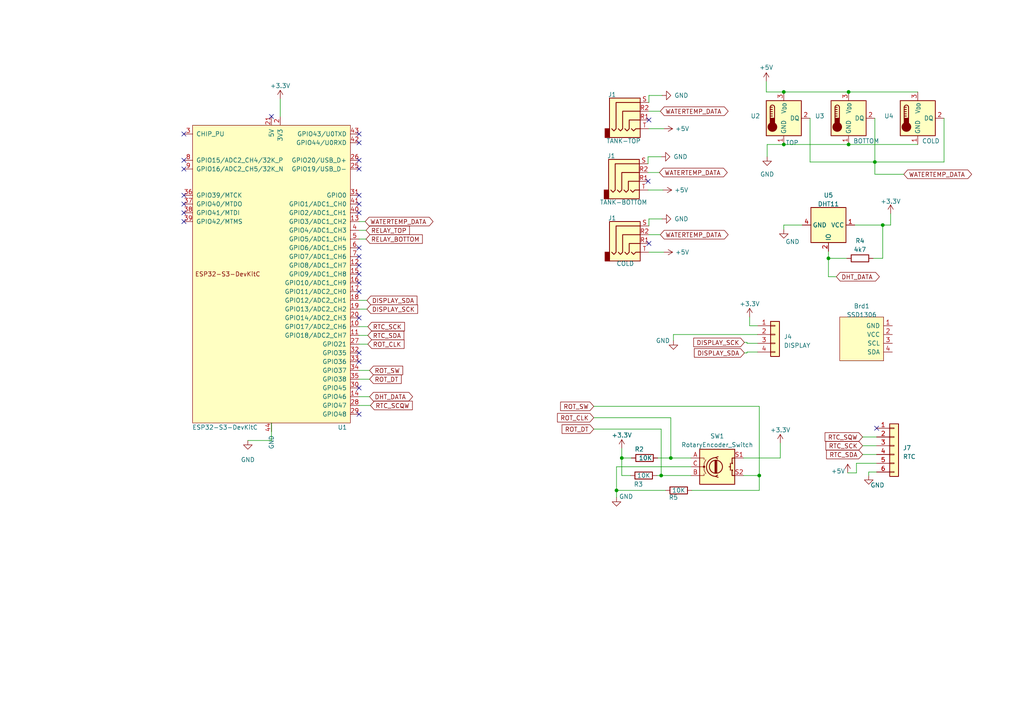
<source format=kicad_sch>
(kicad_sch (version 20230121) (generator eeschema)
  (paper "A4")
  (lib_symbols
    (symbol "Connector_Audio:AudioJack4"
      (property "Reference" "J" (at 0 8.89 0))
      (property "Value" "AudioJack4" (at 0 6.35 0))
      (symbol "AudioJack4_0_1"
        (rectangle (start -6.35 -5.08) (end -7.62 -7.62) (stroke (width 0.254)) (fill (type outline)))
        (polyline (pts (xy 0 -5.08) (xy 0.635 -5.715) (xy 1.27 -5.08) (xy 2.54 -5.08)) (stroke (width 0.254)))
        (polyline (pts (xy -5.715 -5.08) (xy -5.08 -5.715) (xy -4.445 -5.08) (xy -4.445 2.54) (xy 2.54 2.54)) (stroke (width 0.254)))
        (polyline (pts (xy -1.905 -5.08) (xy -1.27 -5.715) (xy -0.635 -5.08) (xy -0.635 -2.54) (xy 2.54 -2.54)) (stroke (width 0.254)))
        (polyline (pts (xy 2.54 0) (xy -2.54 0) (xy -2.54 -5.08) (xy -3.175 -5.715) (xy -3.81 -5.08)) (stroke (width 0.254)))
        (rectangle (start 2.54 3.81) (end -6.35 -7.62) (stroke (width 0.254)) (fill (type background)))
      )
      (symbol "AudioJack4_1_1"
        (pin passive line (at 5.08 -2.54 180) (length 2.54) (name "~") (number "R1"))
        (pin passive line (at 5.08 0 180) (length 2.54) (name "~") (number "R2"))
        (pin passive line (at 5.08 2.54 180) (length 2.54) (name "~") (number "S"))
        (pin passive line (at 5.08 -5.08 180) (length 2.54) (name "~") (number "T"))
      )
    )
    (symbol "Connector_Generic:Conn_01x04" (pin_names (offset 1.016) hide)
      (property "Reference" "J" (at 0 5.08 0))
      (property "Value" "Conn_01x04" (at 0 -7.62 0))
      (symbol "Conn_01x04_1_1"
        (rectangle (start -1.27 -4.953) (end 0 -5.207) (stroke (width 0.1524)))
        (rectangle (start -1.27 -2.413) (end 0 -2.667) (stroke (width 0.1524)))
        (rectangle (start -1.27 0.127) (end 0 -0.127) (stroke (width 0.1524)))
        (rectangle (start -1.27 2.667) (end 0 2.413) (stroke (width 0.1524)))
        (rectangle (start -1.27 3.81) (end 1.27 -6.35) (stroke (width 0.254)) (fill (type background)))
        (pin passive line (at -5.08 2.54 0) (length 3.81) (name "Pin_1") (number "1"))
        (pin passive line (at -5.08 0 0) (length 3.81) (name "Pin_2") (number "2"))
        (pin passive line (at -5.08 -2.54 0) (length 3.81) (name "Pin_3") (number "3"))
        (pin passive line (at -5.08 -5.08 0) (length 3.81) (name "Pin_4") (number "4"))
      )
    )
    (symbol "Connector_Generic:Conn_01x06" (pin_names (offset 1.016) hide)
      (property "Reference" "J" (at 0 7.62 0))
      (property "Value" "Conn_01x06" (at 0 -10.16 0))
      (symbol "Conn_01x06_1_1"
        (rectangle (start -1.27 -7.493) (end 0 -7.747) (stroke (width 0.1524)))
        (rectangle (start -1.27 -4.953) (end 0 -5.207) (stroke (width 0.1524)))
        (rectangle (start -1.27 -2.413) (end 0 -2.667) (stroke (width 0.1524)))
        (rectangle (start -1.27 0.127) (end 0 -0.127) (stroke (width 0.1524)))
        (rectangle (start -1.27 2.667) (end 0 2.413) (stroke (width 0.1524)))
        (rectangle (start -1.27 5.207) (end 0 4.953) (stroke (width 0.1524)))
        (rectangle (start -1.27 6.35) (end 1.27 -8.89) (stroke (width 0.254)) (fill (type background)))
        (pin passive line (at -5.08 5.08 0) (length 3.81) (name "Pin_1") (number "1"))
        (pin passive line (at -5.08 2.54 0) (length 3.81) (name "Pin_2") (number "2"))
        (pin passive line (at -5.08 0 0) (length 3.81) (name "Pin_3") (number "3"))
        (pin passive line (at -5.08 -2.54 0) (length 3.81) (name "Pin_4") (number "4"))
        (pin passive line (at -5.08 -5.08 0) (length 3.81) (name "Pin_5") (number "5"))
        (pin passive line (at -5.08 -7.62 0) (length 3.81) (name "Pin_6") (number "6"))
      )
    )
    (symbol "Device:R" (pin_numbers hide) (pin_names (offset 0))
      (property "Reference" "R" (at 2.032 0 90))
      (property "Value" "R" (at 0 0 90))
      (symbol "R_0_1"
        (rectangle (start -1.016 -2.54) (end 1.016 2.54) (stroke (width 0.254)))
      )
      (symbol "R_1_1"
        (pin passive line (at 0 3.81 270) (length 1.27) (name "~") (number "1"))
        (pin passive line (at 0 -3.81 90) (length 1.27) (name "~") (number "2"))
      )
    )
    (symbol "Device:RotaryEncoder_Switch" (pin_names (offset 0.254) hide)
      (property "Reference" "SW" (at 0 6.604 0))
      (property "Value" "RotaryEncoder_Switch" (at 0 -6.604 0))
      (symbol "RotaryEncoder_Switch_0_1"
        (rectangle (start -5.08 5.08) (end 5.08 -5.08) (stroke (width 0.254)) (fill (type background)))
        (circle (center -3.81 0) (radius 0.254) (fill (type outline)))
        (circle (center -0.381 0) (radius 1.905) (stroke (width 0.254)))
        (arc (start -0.381 2.667) (mid -3.0988 -0.0635) (end -0.381 -2.794) (stroke (width 0.254)))
        (polyline (pts (xy -0.635 -1.778) (xy -0.635 1.778)) (stroke (width 0.254)))
        (polyline (pts (xy -0.381 -1.778) (xy -0.381 1.778)) (stroke (width 0.254)))
        (polyline (pts (xy -0.127 1.778) (xy -0.127 -1.778)) (stroke (width 0.254)))
        (polyline (pts (xy 3.81 0) (xy 3.429 0)) (stroke (width 0.254)))
        (polyline (pts (xy 3.81 1.016) (xy 3.81 -1.016)) (stroke (width 0.254)))
        (polyline (pts (xy -5.08 -2.54) (xy -3.81 -2.54) (xy -3.81 -2.032)))
        (polyline (pts (xy -5.08 2.54) (xy -3.81 2.54) (xy -3.81 2.032)))
        (polyline (pts (xy 0.254 -3.048) (xy -0.508 -2.794) (xy 0.127 -2.413)) (stroke (width 0.254)))
        (polyline (pts (xy 0.254 2.921) (xy -0.508 2.667) (xy 0.127 2.286)) (stroke (width 0.254)))
        (polyline (pts (xy 5.08 -2.54) (xy 4.318 -2.54) (xy 4.318 -1.016)) (stroke (width 0.254)))
        (polyline (pts (xy 5.08 2.54) (xy 4.318 2.54) (xy 4.318 1.016)) (stroke (width 0.254)))
        (polyline (pts (xy -5.08 0) (xy -3.81 0) (xy -3.81 -1.016) (xy -3.302 -2.032)))
        (polyline (pts (xy -4.318 0) (xy -3.81 0) (xy -3.81 1.016) (xy -3.302 2.032)))
        (circle (center 4.318 -1.016) (radius 0.127) (stroke (width 0.254)))
        (circle (center 4.318 1.016) (radius 0.127) (stroke (width 0.254)))
      )
      (symbol "RotaryEncoder_Switch_1_1"
        (pin passive line (at -7.62 2.54 0) (length 2.54) (name "A") (number "A"))
        (pin passive line (at -7.62 -2.54 0) (length 2.54) (name "B") (number "B"))
        (pin passive line (at -7.62 0 0) (length 2.54) (name "C") (number "C"))
        (pin passive line (at 7.62 2.54 180) (length 2.54) (name "S1") (number "S1"))
        (pin passive line (at 7.62 -2.54 180) (length 2.54) (name "S2") (number "S2"))
      )
    )
    (symbol "ESPRESSIF:ESP32-S3-DevKitC" (pin_names (offset 1.016))
      (property "Reference" "U" (at -22.86 48.26 0))
      (property "Value" "ESP32-S3-DevKitC" (at -22.86 45.72 0))
      (symbol "ESP32-S3-DevKitC_0_0"
        (text "ESP32-S3-DevKitC" (at -12.7 0 0) (effects (font (size 1.27 1.27))))
        (pin bidirectional line (at 25.4 -35.56 180) (length 2.54) (name "GPIO46") (number "14"))
        (pin bidirectional line (at 25.4 -10.16 180) (length 2.54) (name "GPIO13/ADC2_CH2") (number "19"))
        (pin bidirectional line (at -25.4 15.24 0) (length 2.54) (name "GPIO42/MTMS") (number "39"))
        (pin bidirectional line (at 25.4 17.78 180) (length 2.54) (name "GPIO2/ADC1_CH1") (number "40"))
        (pin bidirectional line (at 25.4 20.32 180) (length 2.54) (name "GPIO1/ADC1_CH0") (number "41"))
        (pin bidirectional line (at 25.4 38.1 180) (length 2.54) (name "GPIO44/U0RXD") (number "42"))
        (pin bidirectional line (at 25.4 40.64 180) (length 2.54) (name "GPIO43/U0TXD") (number "43"))
        (pin power_in line (at 0 -43.18 270) (length 2.54) (name "GND") (number "44"))
      )
      (symbol "ESP32-S3-DevKitC_0_1"
        (rectangle (start -22.86 43.18) (end 22.86 -43.18) (fill (type background)))
        (pin power_in line (at 2.54 45.72 270) (length 2.54) (name "3V3") (number "2"))
      )
      (symbol "ESP32-S3-DevKitC_1_1"
        (pin passive line (at 2.54 45.72 270) (length 2.54) hide (name "3V3") (number "1"))
        (pin bidirectional line (at 25.4 -15.24 180) (length 2.54) (name "GPIO17/ADC2_CH6") (number "10"))
        (pin bidirectional line (at 25.4 -17.78 180) (length 2.54) (name "GPIO18/ADC2_CH7") (number "11"))
        (pin bidirectional line (at 25.4 2.54 180) (length 2.54) (name "GPIO8/ADC1_CH7") (number "12"))
        (pin bidirectional line (at 25.4 15.24 180) (length 2.54) (name "GPIO3/ADC1_CH2") (number "13"))
        (pin bidirectional line (at 25.4 0 180) (length 2.54) (name "GPIO9/ADC1_CH8") (number "15"))
        (pin bidirectional line (at 25.4 -2.54 180) (length 2.54) (name "GPIO10/ADC1_CH9") (number "16"))
        (pin bidirectional line (at 25.4 -5.08 180) (length 2.54) (name "GPIO11/ADC2_CH0") (number "17"))
        (pin bidirectional line (at 25.4 -7.62 180) (length 2.54) (name "GPIO12/ADC2_CH1") (number "18"))
        (pin bidirectional line (at 25.4 -12.7 180) (length 2.54) (name "GPIO14/ADC2_CH3") (number "20"))
        (pin power_in line (at 0 45.72 270) (length 2.54) (name "5V") (number "21"))
        (pin passive line (at 0 -43.18 270) (length 2.54) hide (name "GND") (number "22"))
        (pin passive line (at 0 -43.18 270) (length 2.54) hide (name "GND") (number "23"))
        (pin passive line (at 0 -43.18 270) (length 2.54) hide (name "GND") (number "24"))
        (pin bidirectional line (at 25.4 30.48 180) (length 2.54) (name "GPIO19/USB_D-") (number "25"))
        (pin bidirectional line (at 25.4 33.02 180) (length 2.54) (name "GPIO20/USB_D+") (number "26"))
        (pin bidirectional line (at 25.4 -20.32 180) (length 2.54) (name "GPIO21") (number "27"))
        (pin bidirectional line (at 25.4 -38.1 180) (length 2.54) (name "GPIO47") (number "28"))
        (pin bidirectional line (at 25.4 -40.64 180) (length 2.54) (name "GPIO48") (number "29"))
        (pin input line (at -25.4 40.64 0) (length 2.54) (name "CHIP_PU") (number "3"))
        (pin bidirectional line (at 25.4 -33.02 180) (length 2.54) (name "GPIO45") (number "30"))
        (pin bidirectional line (at 25.4 22.86 180) (length 2.54) (name "GPIO0") (number "31"))
        (pin bidirectional line (at 25.4 -22.86 180) (length 2.54) (name "GPIO35") (number "32"))
        (pin bidirectional line (at 25.4 -25.4 180) (length 2.54) (name "GPIO36") (number "33"))
        (pin bidirectional line (at 25.4 -27.94 180) (length 2.54) (name "GPIO37") (number "34"))
        (pin bidirectional line (at 25.4 -30.48 180) (length 2.54) (name "GPIO38") (number "35"))
        (pin bidirectional line (at -25.4 22.86 0) (length 2.54) (name "GPIO39/MTCK") (number "36"))
        (pin bidirectional line (at -25.4 20.32 0) (length 2.54) (name "GPIO40/MTDO") (number "37"))
        (pin bidirectional line (at -25.4 17.78 0) (length 2.54) (name "GPIO41/MTDI") (number "38"))
        (pin bidirectional line (at 25.4 12.7 180) (length 2.54) (name "GPIO4/ADC1_CH3") (number "4"))
        (pin bidirectional line (at 25.4 10.16 180) (length 2.54) (name "GPIO5/ADC1_CH4") (number "5"))
        (pin bidirectional line (at 25.4 7.62 180) (length 2.54) (name "GPIO6/ADC1_CH5") (number "6"))
        (pin bidirectional line (at 25.4 5.08 180) (length 2.54) (name "GPIO7/ADC1_CH6") (number "7"))
        (pin bidirectional line (at -25.4 33.02 0) (length 2.54) (name "GPIO15/ADC2_CH4/32K_P") (number "8"))
        (pin bidirectional line (at -25.4 30.48 0) (length 2.54) (name "GPIO16/ADC2_CH5/32K_N") (number "9"))
      )
    )
    (symbol "SSD1306:SSD1306" (pin_names (offset 1.016))
      (property "Reference" "Brd" (at 0 -3.81 0))
      (property "Value" "SSD1306" (at 0 -1.27 0))
      (symbol "SSD1306_0_1"
        (rectangle (start -6.35 6.35) (end 6.35 -6.35) (fill (type background)))
      )
      (symbol "SSD1306_1_1"
        (pin input line (at -3.81 8.89 270) (length 2.54) (name "GND") (number "1"))
        (pin input line (at -1.27 8.89 270) (length 2.54) (name "VCC") (number "2"))
        (pin input line (at 1.27 8.89 270) (length 2.54) (name "SCL") (number "3"))
        (pin input line (at 3.81 8.89 270) (length 2.54) (name "SDA") (number "4"))
      )
    )
    (symbol "Sensor:DHT11"
      (property "Reference" "U" (at -3.81 6.35 0))
      (property "Value" "DHT11" (at 3.81 6.35 0))
      (symbol "DHT11_0_1"
        (rectangle (start -5.08 5.08) (end 5.08 -5.08) (stroke (width 0.254)) (fill (type background)))
      )
      (symbol "DHT11_1_1"
        (pin power_in line (at 0 7.62 270) (length 2.54) (name "VCC") (number "1"))
        (pin bidirectional line (at 7.62 0 180) (length 2.54) (name "IO") (number "2"))
        (pin no_connect line (at -5.08 0 0) (length 2.54) hide (name "NC") (number "3"))
        (pin power_in line (at 0 -7.62 90) (length 2.54) (name "GND") (number "4"))
      )
    )
    (symbol "Sensor_Temperature:DS18B20"
      (property "Reference" "U" (at -3.81 6.35 0))
      (property "Value" "DS18B20" (at 6.35 6.35 0))
      (symbol "DS18B20_0_1"
        (rectangle (start -5.08 5.08) (end 5.08 -5.08) (stroke (width 0.254)) (fill (type background)))
        (circle (center -3.302 -2.54) (radius 1.27) (stroke (width 0.254)) (fill (type outline)))
        (rectangle (start -2.667 -1.905) (end -3.937 0) (stroke (width 0.254)) (fill (type outline)))
        (arc (start -2.667 3.175) (mid -3.302 3.8073) (end -3.937 3.175) (stroke (width 0.254)))
        (polyline (pts (xy -3.937 0.635) (xy -3.302 0.635)) (stroke (width 0.254)))
        (polyline (pts (xy -3.937 1.27) (xy -3.302 1.27)) (stroke (width 0.254)))
        (polyline (pts (xy -3.937 1.905) (xy -3.302 1.905)) (stroke (width 0.254)))
        (polyline (pts (xy -3.937 2.54) (xy -3.302 2.54)) (stroke (width 0.254)))
        (polyline (pts (xy -3.937 3.175) (xy -3.937 0)) (stroke (width 0.254)))
        (polyline (pts (xy -3.937 3.175) (xy -3.302 3.175)) (stroke (width 0.254)))
        (polyline (pts (xy -2.667 3.175) (xy -2.667 0)) (stroke (width 0.254)))
      )
      (symbol "DS18B20_1_1"
        (pin power_in line (at 0 -7.62 90) (length 2.54) (name "GND") (number "1"))
        (pin bidirectional line (at 7.62 0 180) (length 2.54) (name "DQ") (number "2"))
        (pin power_in line (at 0 7.62 270) (length 2.54) (name "V_{DD}") (number "3"))
      )
    )
    (symbol "power:+3.3V" (power) (pin_names (offset 0))
      (property "Value" "+3.3V" (at 0 3.556 0))
      (symbol "+3.3V_0_1"
        (polyline (pts (xy -0.762 1.27) (xy 0 2.54)))
        (polyline (pts (xy 0 0) (xy 0 2.54)))
        (polyline (pts (xy 0 2.54) (xy 0.762 1.27)))
      )
      (symbol "+3.3V_1_1"
        (pin power_in line (at 0 0 90) (length 0) hide (name "+3.3V") (number "1"))
      )
    )
    (symbol "power:+5V" (power) (pin_names (offset 0))
      (property "Value" "+5V" (at 0 3.556 0))
      (symbol "+5V_0_1"
        (polyline (pts (xy -0.762 1.27) (xy 0 2.54)))
        (polyline (pts (xy 0 0) (xy 0 2.54)))
        (polyline (pts (xy 0 2.54) (xy 0.762 1.27)))
      )
      (symbol "+5V_1_1"
        (pin power_in line (at 0 0 90) (length 0) hide (name "+5V") (number "1"))
      )
    )
    (symbol "power:GND" (power) (pin_names (offset 0))
      (property "Value" "GND" (at 0 -3.81 0))
      (symbol "GND_0_1"
        (polyline (pts (xy 0 0) (xy 0 -1.27) (xy 1.27 -1.27) (xy 0 -2.54) (xy -1.27 -1.27) (xy 0 -1.27)))
      )
      (symbol "GND_1_1"
        (pin power_in line (at 0 0 270) (length 0) hide (name "GND") (number "1"))
      )
    )
  )
  (junction (at 180.34 132.842))
  (junction (at 256.032 65.278))
  (junction (at 178.816 142.24))
  (junction (at 246.126 41.91))
  (junction (at 227.33 26.67))
  (junction (at 194.564 132.842))
  (junction (at 227.33 41.91))
  (junction (at 220.218 137.922))
  (junction (at 246.126 26.67))
  (junction (at 253.746 46.99))
  (junction (at 240.284 74.93))
  (junction (at 191.77 137.922))
  (no_connect (at 104.14 76.962))
  (no_connect (at 188.214 70.612))
  (no_connect (at 53.34 59.182))
  (no_connect (at 53.34 46.482))
  (no_connect (at 104.14 84.582))
  (no_connect (at 187.96 52.578))
  (no_connect (at 104.14 59.182))
  (no_connect (at 104.14 61.722))
  (no_connect (at 53.34 61.722))
  (no_connect (at 104.14 46.482))
  (no_connect (at 53.34 56.642))
  (no_connect (at 104.14 120.142))
  (no_connect (at 104.14 102.362))
  (no_connect (at 104.14 104.902))
  (no_connect (at 53.34 49.022))
  (no_connect (at 104.14 38.862))
  (no_connect (at 53.34 64.262))
  (no_connect (at 104.14 56.642))
  (no_connect (at 188.214 34.798))
  (no_connect (at 104.14 79.502))
  (no_connect (at 104.14 71.882))
  (no_connect (at 104.14 49.022))
  (no_connect (at 104.14 112.522))
  (no_connect (at 104.14 41.402))
  (no_connect (at 53.34 38.862))
  (no_connect (at 104.14 82.042))
  (no_connect (at 104.14 74.422))
  (no_connect (at 254.254 124.206))
  (no_connect (at 104.14 92.202))
  (no_connect (at 78.74 33.782))
  (wire (pts (xy 172.212 121.158) (xy 194.564 121.158)))
  (wire (pts (xy 104.14 94.742) (xy 106.68 94.742)))
  (wire (pts (xy 188.214 63.5) (xy 192.024 63.5)))
  (wire (pts (xy 178.816 144.272) (xy 178.816 142.24)))
  (wire (pts (xy 178.816 142.24) (xy 193.04 142.24)))
  (wire (pts (xy 222.504 41.91) (xy 227.33 41.91)))
  (wire (pts (xy 240.284 74.93) (xy 240.284 80.264)))
  (wire (pts (xy 195.326 97.028) (xy 195.326 98.806)))
  (wire (pts (xy 273.812 34.29) (xy 273.812 46.99)))
  (wire (pts (xy 178.816 142.24) (xy 178.816 135.382)))
  (wire (pts (xy 240.284 74.93) (xy 245.618 74.93)))
  (wire (pts (xy 104.14 87.122) (xy 106.426 87.122)))
  (wire (pts (xy 71.882 127.762) (xy 78.74 127.762)))
  (wire (pts (xy 104.14 64.262) (xy 105.918 64.262)))
  (wire (pts (xy 253.746 34.29) (xy 253.746 46.99)))
  (wire (pts (xy 180.34 130.048) (xy 180.34 132.842)))
  (wire (pts (xy 227.33 41.91) (xy 246.126 41.91)))
  (wire (pts (xy 247.904 65.278) (xy 256.032 65.278)))
  (wire (pts (xy 256.032 65.278) (xy 258.318 65.278)))
  (wire (pts (xy 250.19 126.746) (xy 254.254 126.746)))
  (wire (pts (xy 191.77 124.46) (xy 191.77 137.922)))
  (wire (pts (xy 180.34 132.842) (xy 180.34 137.922)))
  (wire (pts (xy 222.25 26.67) (xy 227.33 26.67)))
  (wire (pts (xy 104.14 97.282) (xy 106.68 97.282)))
  (wire (pts (xy 250.19 131.826) (xy 254.254 131.826)))
  (wire (pts (xy 200.66 142.24) (xy 220.218 142.24)))
  (wire (pts (xy 254.254 136.906) (xy 251.968 136.906)))
  (wire (pts (xy 251.968 136.906) (xy 251.968 137.922)))
  (wire (pts (xy 182.88 137.922) (xy 180.34 137.922)))
  (wire (pts (xy 104.14 115.062) (xy 107.188 115.062)))
  (wire (pts (xy 227.33 65.278) (xy 227.33 66.548)))
  (wire (pts (xy 227.33 26.67) (xy 246.126 26.67)))
  (wire (pts (xy 219.71 102.108) (xy 216.662 102.108)))
  (wire (pts (xy 180.34 132.842) (xy 183.134 132.842)))
  (wire (pts (xy 81.28 28.702) (xy 81.28 33.782)))
  (wire (pts (xy 188.214 68.072) (xy 191.516 68.072)))
  (wire (pts (xy 226.314 128.524) (xy 226.314 132.842)))
  (wire (pts (xy 172.212 117.856) (xy 220.218 117.856)))
  (wire (pts (xy 246.126 41.656) (xy 246.126 41.91)))
  (wire (pts (xy 256.032 74.93) (xy 256.032 65.278)))
  (wire (pts (xy 248.412 137.16) (xy 248.412 134.366)))
  (wire (pts (xy 190.5 137.922) (xy 191.77 137.922)))
  (wire (pts (xy 187.96 45.466) (xy 191.77 45.466)))
  (wire (pts (xy 240.284 72.898) (xy 240.284 74.93)))
  (wire (pts (xy 216.662 99.568) (xy 216.662 99.314)))
  (wire (pts (xy 194.564 132.842) (xy 200.406 132.842)))
  (wire (pts (xy 253.746 50.546) (xy 253.746 46.99)))
  (wire (pts (xy 246.126 41.91) (xy 266.192 41.91)))
  (wire (pts (xy 222.504 45.466) (xy 222.504 41.91)))
  (wire (pts (xy 194.564 121.158) (xy 194.564 132.842)))
  (wire (pts (xy 104.14 89.662) (xy 106.426 89.662)))
  (wire (pts (xy 216.662 102.108) (xy 216.662 102.362)))
  (wire (pts (xy 188.214 73.152) (xy 192.532 73.152)))
  (wire (pts (xy 220.218 142.24) (xy 220.218 137.922)))
  (wire (pts (xy 250.19 129.286) (xy 254.254 129.286)))
  (wire (pts (xy 217.424 91.948) (xy 217.424 94.488)))
  (wire (pts (xy 172.212 124.46) (xy 191.77 124.46)))
  (wire (pts (xy 104.14 66.802) (xy 106.172 66.802)))
  (wire (pts (xy 232.664 65.278) (xy 227.33 65.278)))
  (wire (pts (xy 246.126 26.67) (xy 266.192 26.67)))
  (wire (pts (xy 104.14 109.982) (xy 107.188 109.982)))
  (wire (pts (xy 188.214 65.532) (xy 188.214 63.5)))
  (wire (pts (xy 191.77 137.922) (xy 200.406 137.922)))
  (wire (pts (xy 188.214 37.338) (xy 192.532 37.338)))
  (wire (pts (xy 273.812 46.99) (xy 253.746 46.99)))
  (wire (pts (xy 215.646 132.842) (xy 226.314 132.842)))
  (wire (pts (xy 188.214 32.258) (xy 191.516 32.258)))
  (wire (pts (xy 234.95 34.29) (xy 234.95 46.99)))
  (wire (pts (xy 245.872 137.16) (xy 248.412 137.16)))
  (wire (pts (xy 216.662 99.314) (xy 215.9 99.314)))
  (wire (pts (xy 188.214 27.686) (xy 192.024 27.686)))
  (wire (pts (xy 187.96 55.118) (xy 192.278 55.118)))
  (wire (pts (xy 187.96 50.038) (xy 191.262 50.038)))
  (wire (pts (xy 240.284 80.264) (xy 242.57 80.264)))
  (wire (pts (xy 234.95 46.99) (xy 253.746 46.99)))
  (wire (pts (xy 258.318 65.278) (xy 258.318 61.976)))
  (wire (pts (xy 104.14 99.822) (xy 106.68 99.822)))
  (wire (pts (xy 104.14 107.442) (xy 107.188 107.442)))
  (wire (pts (xy 219.71 97.028) (xy 195.326 97.028)))
  (wire (pts (xy 262.128 50.546) (xy 253.746 50.546)))
  (wire (pts (xy 187.96 47.498) (xy 187.96 45.466)))
  (wire (pts (xy 188.214 29.718) (xy 188.214 27.686)))
  (wire (pts (xy 104.14 69.342) (xy 106.172 69.342)))
  (wire (pts (xy 178.816 135.382) (xy 200.406 135.382)))
  (wire (pts (xy 190.754 132.842) (xy 194.564 132.842)))
  (wire (pts (xy 217.424 94.488) (xy 219.71 94.488)))
  (wire (pts (xy 248.412 134.366) (xy 254.254 134.366)))
  (wire (pts (xy 78.74 127.762) (xy 78.74 122.682)))
  (wire (pts (xy 220.218 117.856) (xy 220.218 137.922)))
  (wire (pts (xy 216.662 102.362) (xy 215.9 102.362)))
  (wire (pts (xy 215.646 137.922) (xy 220.218 137.922)))
  (wire (pts (xy 104.14 117.602) (xy 107.442 117.602)))
  (wire (pts (xy 253.238 74.93) (xy 256.032 74.93)))
  (wire (pts (xy 219.71 99.568) (xy 216.662 99.568)))
  (wire (pts (xy 222.25 23.622) (xy 222.25 26.67)))
  (global_label "WATERTEMP_DATA" (shape bidirectional) (at 191.516 32.258 0) (property "Intersheetrefs" "${INTERSHEET_REFS}" (effects hide)))
  (global_label "RTC_SDA" (shape input) (at 106.68 97.282 0) (property "Intersheetrefs" "${INTERSHEET_REFS}" (effects hide)))
  (global_label "RTC_SCK" (shape input) (at 250.19 129.286 180) (property "Intersheetrefs" "${INTERSHEET_REFS}" (effects hide)))
  (global_label "ROT_CLK" (shape input) (at 172.212 121.158 180) (property "Intersheetrefs" "${INTERSHEET_REFS}" (effects hide)))
  (global_label "RELAY_BOTTOM" (shape input) (at 106.172 69.342 0) (property "Intersheetrefs" "${INTERSHEET_REFS}" (effects hide)))
  (global_label "DHT_DATA" (shape bidirectional) (at 242.57 80.264 0) (property "Intersheetrefs" "${INTERSHEET_REFS}" (effects hide)))
  (global_label "RTC_SDA" (shape input) (at 250.19 131.826 180) (property "Intersheetrefs" "${INTERSHEET_REFS}" (effects hide)))
  (global_label "DISPLAY_SCK" (shape input) (at 215.9 99.314 180) (property "Intersheetrefs" "${INTERSHEET_REFS}" (effects hide)))
  (global_label "WATERTEMP_DATA" (shape bidirectional) (at 262.128 50.546 0) (property "Intersheetrefs" "${INTERSHEET_REFS}" (effects hide)))
  (global_label "RTC_SQW" (shape input) (at 250.19 126.746 180) (property "Intersheetrefs" "${INTERSHEET_REFS}" (effects hide)))
  (global_label "WATERTEMP_DATA" (shape bidirectional) (at 191.516 68.072 0) (property "Intersheetrefs" "${INTERSHEET_REFS}" (effects hide)))
  (global_label "DHT_DATA" (shape bidirectional) (at 107.188 115.062 0) (property "Intersheetrefs" "${INTERSHEET_REFS}" (effects hide)))
  (global_label "RTC_SCQW" (shape input) (at 107.442 117.602 0) (property "Intersheetrefs" "${INTERSHEET_REFS}" (effects hide)))
  (global_label "RTC_SCK" (shape input) (at 106.68 94.742 0) (property "Intersheetrefs" "${INTERSHEET_REFS}" (effects hide)))
  (global_label "DISPLAY_SCK" (shape input) (at 106.426 89.662 0) (property "Intersheetrefs" "${INTERSHEET_REFS}" (effects hide)))
  (global_label "ROT_DT" (shape input) (at 172.212 124.46 180) (property "Intersheetrefs" "${INTERSHEET_REFS}" (effects hide)))
  (global_label "ROT_SW" (shape input) (at 107.188 107.442 0) (property "Intersheetrefs" "${INTERSHEET_REFS}" (effects hide)))
  (global_label "ROT_DT" (shape input) (at 107.188 109.982 0) (property "Intersheetrefs" "${INTERSHEET_REFS}" (effects hide)))
  (global_label "DISPLAY_SDA" (shape input) (at 106.426 87.122 0) (property "Intersheetrefs" "${INTERSHEET_REFS}" (effects hide)))
  (global_label "ROT_CLK" (shape input) (at 106.68 99.822 0) (property "Intersheetrefs" "${INTERSHEET_REFS}" (effects hide)))
  (global_label "RELAY_TOP" (shape input) (at 106.172 66.802 0) (property "Intersheetrefs" "${INTERSHEET_REFS}" (effects hide)))
  (global_label "WATERTEMP_DATA" (shape bidirectional) (at 191.262 50.038 0) (property "Intersheetrefs" "${INTERSHEET_REFS}" (effects hide)))
  (global_label "WATERTEMP_DATA" (shape bidirectional) (at 105.918 64.262 0) (property "Intersheetrefs" "${INTERSHEET_REFS}" (effects hide)))
  (global_label "ROT_SW" (shape input) (at 172.212 117.856 180) (property "Intersheetrefs" "${INTERSHEET_REFS}" (effects hide)))
  (global_label "DISPLAY_SDA" (shape input) (at 215.9 102.362 180) (property "Intersheetrefs" "${INTERSHEET_REFS}" (effects hide)))
  (symbol (lib_id "Sensor_Temperature:DS18B20") (at 227.33 34.29 0) (unit 1) (in_bom no) (on_board no)
    (property "Reference" "U2" (at 220.472 33.655 0) (effects (justify right)))
    (property "Value" "TOP" (at 231.648 41.402 0) (effects (justify right)))
    (property "Datasheet" "http://datasheets.maximintegrated.com/en/ds/DS18B20.pdf" (effects hide))
    (instances (project "immersion-controller" (path "" (reference "U2") (unit 1)) (path "" (reference "U13") (unit 1))))
  )
  (symbol (lib_id "Device:R") (at 249.428 74.93 90) (unit 1)
    (property "Reference" "R4" (at 249.428 69.85 90))
    (property "Value" "4k7" (at 249.428 72.39 90))
    (property "Footprint" "Resistor_SMD:R_0805_2012Metric_Pad1.20x1.40mm_HandSolder" (effects hide))
  )
  (symbol (lib_id "Sensor:DHT11") (at 240.284 65.278 270) (unit 1)
    (property "Reference" "U5" (at 240.284 56.642 90))
    (property "Value" "DHT11" (at 240.284 59.182 90))
    (property "Footprint" "Sensor:Aosong_DHT11_5.5x12.0_P2.54mm" (effects hide))
    (property "Datasheet" "http://akizukidenshi.com/download/ds/aosong/DHT11.pdf" (effects hide))
    (instances (project "immersion-controller" (path "" (reference "U5") (unit 1)) (path "" (reference "U12") (unit 1))))
  )
  (symbol (lib_id "Connector_Audio:AudioJack4") (at 182.88 50.038 0) (unit 1)
    (property "Reference" "J1" (at 177.292 45.212 0))
    (property "Value" "TANK-BOTTOM" (at 180.848 58.674 0))
    (property "Footprint" "Connector_Audio:Jack_3.5mm_PJ320D_Horizontal_NG" (effects hide))
    (instances (project "immersion-controller" (path "" (reference "J1") (unit 1)) (path "" (reference "J2") (unit 1))))
  )
  (symbol (lib_id "power:+5V") (at 222.25 23.622 0) (unit 1)
    (property "Reference" "#PWR06" (effects hide))
    (property "Value" "+5V" (at 222.25 19.558 0))
  )
  (symbol (lib_id "power:+5V") (at 192.278 55.118 270) (unit 1)
    (property "Reference" "#PWR013" (effects hide))
    (property "Value" "+5V" (at 195.58 55.118 90) (effects (justify left)))
  )
  (symbol (lib_id "power:+3.3V") (at 258.318 61.976 0) (unit 1)
    (property "Reference" "#PWR016" (effects hide))
    (property "Value" "+3.3V" (at 258.318 58.42 0))
  )
  (symbol (lib_id "power:GND") (at 71.882 127.762 0) (unit 1)
    (property "Reference" "#PWR023" (effects hide))
    (property "Value" "GND" (at 71.882 133.35 0))
  )
  (symbol (lib_id "Device:R") (at 186.944 132.842 90) (unit 1)
    (property "Reference" "R2" (at 185.42 130.302 90))
    (property "Value" "10K" (at 187.198 132.842 90))
    (property "Footprint" "Resistor_SMD:R_0805_2012Metric_Pad1.20x1.40mm_HandSolder" (effects hide))
  )
  (symbol (lib_id "power:GND") (at 192.024 63.5 90) (unit 1)
    (property "Reference" "#PWR014" (effects hide))
    (property "Value" "GND" (at 195.58 63.5 90) (effects (justify right)))
  )
  (symbol (lib_id "power:GND") (at 251.968 137.922 0) (unit 1)
    (property "Reference" "#PWR020" (effects hide))
    (property "Value" "GND" (at 256.54 140.716 0) (effects (justify right)))
  )
  (symbol (lib_id "power:+5V") (at 192.532 73.152 270) (unit 1)
    (property "Reference" "#PWR015" (effects hide))
    (property "Value" "+5V" (at 195.834 73.152 90) (effects (justify left)))
  )
  (symbol (lib_id "power:GND") (at 222.504 45.466 0) (unit 1)
    (property "Reference" "#PWR07" (effects hide))
    (property "Value" "GND" (at 222.504 50.546 0))
  )
  (symbol (lib_id "Connector_Audio:AudioJack4") (at 183.134 68.072 0) (unit 1)
    (property "Reference" "J1" (at 177.546 63.246 0))
    (property "Value" "COLD" (at 181.356 76.454 0))
    (property "Footprint" "Connector_Audio:Jack_3.5mm_PJ320D_Horizontal_NG" (effects hide))
    (instances (project "immersion-controller" (path "" (reference "J1") (unit 1)) (path "" (reference "J3") (unit 1))))
  )
  (symbol (lib_id "Device:R") (at 196.85 142.24 270) (unit 1)
    (property "Reference" "R5" (at 195.326 144.272 90))
    (property "Value" "10K" (at 196.85 142.24 90))
    (property "Footprint" "Resistor_SMD:R_0805_2012Metric_Pad1.20x1.40mm_HandSolder" (effects hide))
  )
  (symbol (lib_id "Device:R") (at 186.69 137.922 90) (unit 1)
    (property "Reference" "R3" (at 185.166 140.462 90))
    (property "Value" "10K" (at 186.69 137.922 90))
    (property "Footprint" "Resistor_SMD:R_0805_2012Metric_Pad1.20x1.40mm_HandSolder" (effects hide))
  )
  (symbol (lib_id "power:GND") (at 195.326 98.806 0) (unit 1)
    (property "Reference" "#PWR018" (effects hide))
    (property "Value" "GND" (at 194.31 98.806 0) (effects (justify right)))
  )
  (symbol (lib_id "Device:RotaryEncoder_Switch") (at 208.026 135.382 0) (unit 1)
    (property "Reference" "SW1" (at 208.026 126.492 0))
    (property "Value" "RotaryEncoder_Switch" (at 208.026 129.032 0))
    (property "Footprint" "Rotary_Encoder:RotaryEncoder_Alps_EC11E-Switch_Vertical_H20mm" (effects hide))
    (instances (project "immersion-controller" (path "" (reference "SW1") (unit 1)) (path "" (reference "SW2") (unit 1))))
  )
  (symbol (lib_id "Sensor_Temperature:DS18B20") (at 246.126 34.29 0) (unit 1) (in_bom no) (on_board no)
    (property "Reference" "U3" (at 239.141 33.655 0) (effects (justify right)))
    (property "Value" "BOTTOM" (at 255.016 40.894 0) (effects (justify right)))
    (property "Datasheet" "http://datasheets.maximintegrated.com/en/ds/DS18B20.pdf" (effects hide))
    (instances (project "immersion-controller" (path "" (reference "U3") (unit 1)) (path "" (reference "U7") (unit 1))))
  )
  (symbol (lib_id "power:GND") (at 227.33 66.548 0) (unit 1)
    (property "Reference" "#PWR017" (effects hide))
    (property "Value" "GND" (at 231.902 70.104 0) (effects (justify right)))
  )
  (symbol (lib_id "power:GND") (at 178.816 144.272 0) (unit 1)
    (property "Reference" "#PWR025" (effects hide))
    (property "Value" "GND" (at 183.642 144.018 0) (effects (justify right)))
  )
  (symbol (lib_id "Connector_Audio:AudioJack4") (at 183.134 32.258 0) (unit 1)
    (property "Reference" "J1" (at 177.546 27.432 0))
    (property "Value" "TANK-TOP" (at 180.848 40.894 0))
    (property "Footprint" "Connector_Audio:Jack_3.5mm_PJ320D_Horizontal_NG" (effects hide))
  )
  (symbol (lib_id "power:+3.3V") (at 226.314 128.524 0) (unit 1)
    (property "Reference" "#PWR024" (effects hide))
    (property "Value" "+3.3V" (at 226.314 124.714 0))
  )
  (symbol (lib_id "power:+5V") (at 192.532 37.338 270) (unit 1)
    (property "Reference" "#PWR05" (effects hide))
    (property "Value" "+5V" (at 195.834 37.338 90) (effects (justify left)))
  )
  (symbol (lib_id "power:+3.3V") (at 180.34 130.048 0) (unit 1)
    (property "Reference" "#PWR026" (effects hide))
    (property "Value" "+3.3V" (at 180.34 126.238 0))
  )
  (symbol (lib_id "Connector_Generic:Conn_01x06") (at 259.334 129.286 0) (unit 1)
    (property "Reference" "J7" (at 261.874 129.921 0) (effects (justify left)))
    (property "Value" "RTC" (at 261.874 132.461 0) (effects (justify left)))
    (property "Footprint" "Connector_PinHeader_1.27mm:PinHeader_1x05_P1.27mm_Vertical" (effects hide))
    (instances (project "immersion-controller" (path "" (reference "J7") (unit 1)) (path "" (reference "J5") (unit 1))))
  )
  (symbol (lib_id "power:GND") (at 191.77 45.466 90) (unit 1)
    (property "Reference" "#PWR012" (effects hide))
    (property "Value" "GND" (at 195.326 45.466 90) (effects (justify right)))
  )
  (symbol (lib_id "ESPRESSIF:ESP32-S3-DevKitC") (at 78.74 79.502 0) (unit 1)
    (property "Reference" "U1" (at 99.314 123.952 0))
    (property "Value" "ESP32-S3-DevKitC" (at 65.278 123.952 0))
    (property "Footprint" "Espressif:ESP32-S3-DevKitC" (effects hide))
  )
  (symbol (lib_id "Sensor_Temperature:DS18B20") (at 266.192 34.29 0) (unit 1) (in_bom no) (on_board no)
    (property "Reference" "U4" (at 259.207 33.655 0) (effects (justify right)))
    (property "Value" "COLD" (at 272.542 40.894 0) (effects (justify right)))
    (property "Datasheet" "http://datasheets.maximintegrated.com/en/ds/DS18B20.pdf" (effects hide))
    (instances (project "immersion-controller" (path "" (reference "U4") (unit 1)) (path "" (reference "U8") (unit 1))))
  )
  (symbol (lib_id "Connector_Generic:Conn_01x04") (at 224.79 97.028 0) (unit 1)
    (property "Reference" "J4" (at 227.33 97.663 0) (effects (justify left)))
    (property "Value" "DISPLAY" (at 227.33 100.203 0) (effects (justify left)))
    (property "Footprint" "Connector_PinHeader_1.27mm:PinHeader_1x04_P1.27mm_Vertical" (effects hide))
  )
  (symbol (lib_id "power:+5V") (at 245.872 137.16 0) (unit 1)
    (property "Reference" "#PWR021" (effects hide))
    (property "Value" "+5V" (at 241.046 136.652 0) (effects (justify left)))
  )
  (symbol (lib_id "SSD1306:SSD1306") (at 249.936 98.298 270) (unit 1) (on_board no)
    (property "Reference" "Brd1" (at 249.936 88.773 90))
    (property "Value" "SSD1306" (at 249.936 91.313 90))
    (instances (project "immersion-controller" (path "" (reference "Brd1") (unit 1)) (path "" (reference "Brd2") (unit 1))))
  )
  (symbol (lib_id "power:+3.3V") (at 217.424 91.948 0) (unit 1)
    (property "Reference" "#PWR019" (effects hide))
    (property "Value" "+3.3V" (at 217.424 88.138 0))
  )
  (symbol (lib_id "power:+3.3V") (at 81.28 28.702 0) (unit 1)
    (property "Reference" "#PWR022" (effects hide))
    (property "Value" "+3.3V" (at 81.28 24.892 0))
  )
  (symbol (lib_id "power:GND") (at 192.024 27.686 90) (unit 1)
    (property "Reference" "#PWR04" (effects hide))
    (property "Value" "GND" (at 195.58 27.686 90) (effects (justify right)))
  )
)
</source>
